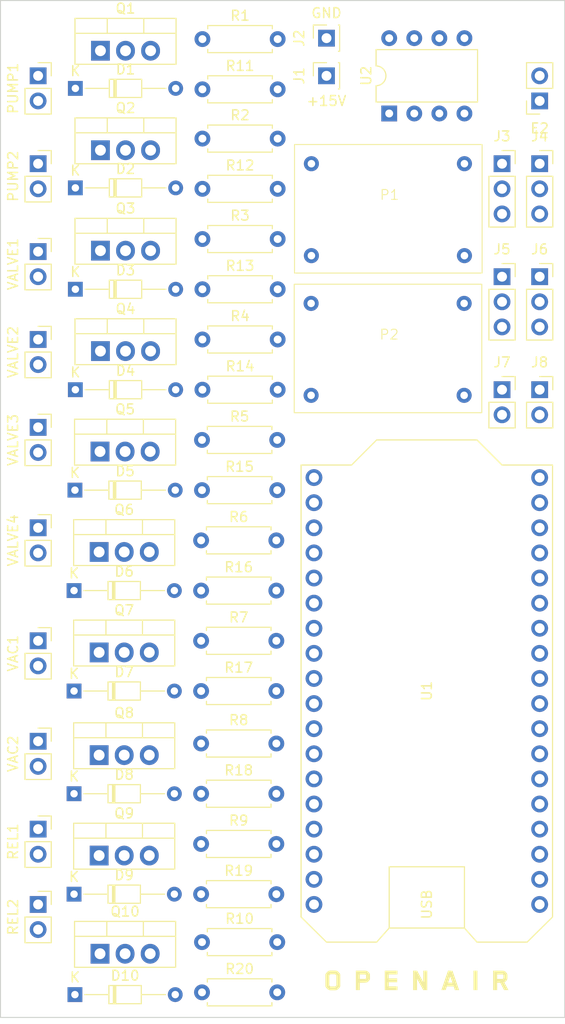
<source format=kicad_pcb>
(kicad_pcb (version 20221018) (generator pcbnew)
  (layers (0 "F.Cu" signal) (31 "B.Cu" signal) (34 "B.Paste" user) (35 "F.Paste" user) (36 "B.SilkS" user "B.Silkscreen") (37 "F.SilkS" user "F.Silkscreen") (38 "B.Mask" user) (39 "F.Mask" user) (44 "Edge.Cuts" user))
  (net 0 "")
  (net 1 "Net-(U1-47)")
  (net 2 "GND")
  (net 3 "Net-(U1-42)")
  (net 4 "Net-(U1-45)")
  (net 5 "Net-(U1-34)")
  (net 6 "Net-(U1-5_ADC)")
  (net 7 "Net-(U1-46)")
  (net 8 "Net-(U1-48)")
  (net 9 "Net-(U1-33)")
  (net 10 "Net-(U1-6_ADC)")
  (net 11 "Net-(U1-7_ADC)")
  (net 12 "Net-(Q6-B)")
  (net 13 "Net-(Q5-B)")
  (net 14 "Net-(Q4-B)")
  (net 15 "Net-(Q3-B)")
  (net 16 "Net-(Q2-B)")
  (net 17 "Net-(Q1-B)")
  (net 18 "Net-(Q8-B)")
  (net 19 "Net-(Q9-B)")
  (net 20 "Net-(Q10-B)")
  (net 21 "Net-(Q7-B)")
  (net 22 "+15V")
  (net 23 "Net-(D10-A)")
  (net 24 "Net-(D9-A)")
  (net 25 "Net-(D8-A)")
  (net 26 "Net-(D7-A)")
  (net 27 "Net-(D6-A)")
  (net 28 "Net-(D5-A)")
  (net 29 "Net-(D4-A)")
  (net 30 "Net-(D3-A)")
  (net 31 "Net-(D2-A)")
  (net 32 "Net-(D1-A)")
  (net 33 "Net-(E2-Pin_1)")
  (net 34 "Net-(P1-OUT+)")
  (net 35 "Net-(E2-Pin_2)")
  (net 36 "Net-(J3-PIN_3)")
  (net 37 "Net-(U1-40)")
  (net 38 "Net-(U1-41)")
  (net 39 "Net-(J3-Pin_2)")
  (net 47 "Net-(J7-Pin_1)")
  (net 48 "Net-(J7-Pin_2)")
  (net 58 "Net-(J3-Pin_1)")
  (net 59 "Net-(J4-Pin_1)")
  (net 60 "Net-(J5-Pin_1)")
  (net 61 "Net-(J6-Pin_1)")
  (footprint "Diode_THT:D_DO-34_SOD68_P10.16mm_Horizontal" (layer "F.Cu") (at 24.0931 27.94)
    (fp_text reference "D1" (at 5.08 -1.92) (layer "F.SilkS"))
    (fp_text value "1N5400")
    (fp_text user "K" (at 0 -1.75) (layer "F.SilkS"))
    (pad "1" thru_hole rect (at 0 0) (size 1.5 1.5) (drill 0.75) (layers "*.Cu" "*.Mask") (net 22 "+15V"))
    (pad "2" thru_hole oval (at 10.16 0) (size 1.5 1.5) (drill 0.75) (layers "*.Cu" "*.Mask") (net 32 "Net-(D1-A)"))
  )
  (footprint "MountingHole:MountingHole_2.2mm_M2" (layer "F.Cu") (at 71.12 119.38)
    (fp_text reference "H3" hide)
    (fp_text value "MountingHole" hide)
    (pad "" np_thru_hole circle (at 0 0) (size 2.2 2.2) (drill 2.2) (layers "*.Cu" "*.Mask"))
  )
  (footprint "Package_TO_SOT_THT:TO-220-3_Vertical" (layer "F.Cu") (at 26.6331 24.13)
    (fp_text reference "Q1" (at 2.54 -4.27) (layer "F.SilkS"))
    (fp_text value "TIP120")
    (pad "1" thru_hole rect (at 0 0) (size 1.905 2) (drill 1.1) (layers "*.Cu" "*.Mask") (net 17 "Net-(Q1-B)"))
    (pad "2" thru_hole oval (at 2.54 0) (size 1.905 2) (drill 1.1) (layers "*.Cu" "*.Mask") (net 32 "Net-(D1-A)"))
    (pad "3" thru_hole oval (at 5.08 0) (size 1.905 2) (drill 1.1) (layers "*.Cu" "*.Mask") (net 2 "GND"))
  )
  (footprint "Connector_PinSocket_2.54mm:PinSocket_1x03_P2.54mm_Vertical" (layer "F.Cu") (at 67.31 35.56)
    (fp_text reference "J3" (at 0 -2.77) (layer "F.SilkS"))
    (fp_text value "ADC1")
    (pad "1" thru_hole rect (at 0 0) (size 1.7 1.7) (drill 1) (layers "*.Cu" "*.Mask") (net 58 "Net-(J3-Pin_1)"))
    (pad "2" thru_hole oval (at 0 2.54) (size 1.7 1.7) (drill 1) (layers "*.Cu" "*.Mask") (net 39 "Net-(J3-Pin_2)"))
    (pad "3" thru_hole oval (at 0 5.08) (size 1.7 1.7) (drill 1) (layers "*.Cu" "*.Mask") (net 36 "Net-(J3-PIN_3)"))
  )
  (footprint "Resistor_THT:R_Axial_DIN0207_L6.3mm_D2.5mm_P7.62mm_Horizontal" (layer "F.Cu") (at 36.9631 22.955)
    (fp_text reference "R1" (at 3.81 -2.37) (layer "F.SilkS"))
    (fp_text value "1k")
    (pad "1" thru_hole circle (at 0 0) (size 1.6 1.6) (drill 0.8) (layers "*.Cu" "*.Mask") (net 17 "Net-(Q1-B)"))
    (pad "2" thru_hole oval (at 7.62 0) (size 1.6 1.6) (drill 0.8) (layers "*.Cu" "*.Mask") (net 11 "Net-(U1-7_ADC)"))
  )
  (footprint "Diode_THT:D_DO-34_SOD68_P10.16mm_Horizontal" (layer "F.Cu") (at 24.0931 38.005)
    (fp_text reference "D2" (at 5.08 -1.92) (layer "F.SilkS"))
    (fp_text value "1N5400")
    (fp_text user "K" (at 0 -1.75) (layer "F.SilkS"))
    (pad "1" thru_hole rect (at 0 0) (size 1.5 1.5) (drill 0.75) (layers "*.Cu" "*.Mask") (net 22 "+15V"))
    (pad "2" thru_hole oval (at 10.16 0) (size 1.5 1.5) (drill 0.75) (layers "*.Cu" "*.Mask") (net 31 "Net-(D2-A)"))
  )
  (footprint "Resistor_THT:R_Axial_DIN0207_L6.3mm_D2.5mm_P7.62mm_Horizontal" (layer "F.Cu") (at 36.9631 38.1)
    (fp_text reference "R12" (at 3.81 -2.37) (layer "F.SilkS"))
    (fp_text value "1k")
    (pad "1" thru_hole circle (at 0 0) (size 1.6 1.6) (drill 0.8) (layers "*.Cu" "*.Mask") (net 10 "Net-(U1-6_ADC)"))
    (pad "2" thru_hole oval (at 7.62 0) (size 1.6 1.6) (drill 0.8) (layers "*.Cu" "*.Mask") (net 2 "GND"))
  )
  (footprint "Resistor_THT:R_Axial_DIN0207_L6.3mm_D2.5mm_P7.62mm_Horizontal" (layer "F.Cu") (at 36.92 68.58)
    (fp_text reference "R15" (at 3.81 -2.37) (layer "F.SilkS"))
    (fp_text value "1k")
    (pad "1" thru_hole circle (at 0 0) (size 1.6 1.6) (drill 0.8) (layers "*.Cu" "*.Mask") (net 8 "Net-(U1-48)"))
    (pad "2" thru_hole oval (at 7.62 0) (size 1.6 1.6) (drill 0.8) (layers "*.Cu" "*.Mask") (net 2 "GND"))
  )
  (footprint "Connector_PinSocket_2.54mm:PinSocket_1x02_P2.54mm_Vertical" (layer "F.Cu") (at 20.32 26.67)
    (fp_text reference "PUMP1" (at -2.54 1.27 90) (layer "F.SilkS"))
    (fp_text value "GND")
    (pad "1" thru_hole rect (at 0 0) (size 1.7 1.7) (drill 1) (layers "*.Cu" "*.Mask") (net 22 "+15V"))
    (pad "2" thru_hole oval (at 0 2.54) (size 1.7 1.7) (drill 1) (layers "*.Cu" "*.Mask") (net 32 "Net-(D1-A)"))
  )
  (footprint "Untitled" (layer "F.Cu") (at 58.42 118.11)
    (fp_text reference "G***" hide)
    (fp_text value "LOGO" hide)
  )
  (footprint "Custom Footprints:MINI-360" (layer "F.Cu") (at 55.88 53.34)
    (fp_text reference "P2" (at 0 -0.5 unlocked) (layer "F.SilkS") (effects (font (thickness 0.1))))
    (fp_text value "MINI-360")
    (pad "1" thru_hole circle (at -7.91 -3.65) (size 1.524 1.524) (drill 0.762) (layers "*.Cu" "*.Mask") (net 2 "GND"))
    (pad "2" thru_hole circle (at 7.59 -3.65) (size 1.524 1.524) (drill 0.762) (layers "*.Cu" "*.Mask") (net 36 "Net-(J3-PIN_3)"))
    (pad "3" thru_hole circle (at 7.59 5.65) (size 1.524 1.524) (drill 0.762) (layers "*.Cu" "*.Mask") (net 39 "Net-(J3-Pin_2)"))
    (pad "4" thru_hole circle (at -7.91 5.65) (size 1.524 1.524) (drill 0.762) (layers "*.Cu" "*.Mask") (net 22 "+15V"))
  )
  (footprint "Resistor_THT:R_Axial_DIN0207_L6.3mm_D2.5mm_P7.62mm_Horizontal" (layer "F.Cu") (at 36.9631 48.26)
    (fp_text reference "R13" (at 3.81 -2.37) (layer "F.SilkS"))
    (fp_text value "1k")
    (pad "1" thru_hole circle (at 0 0) (size 1.6 1.6) (drill 0.8) (layers "*.Cu" "*.Mask") (net 9 "Net-(U1-33)"))
    (pad "2" thru_hole oval (at 7.62 0) (size 1.6 1.6) (drill 0.8) (layers "*.Cu" "*.Mask") (net 2 "GND"))
  )
  (footprint "Diode_THT:D_DO-34_SOD68_P10.16mm_Horizontal" (layer "F.Cu") (at 24.0931 58.42)
    (fp_text reference "D4" (at 5.08 -1.92) (layer "F.SilkS"))
    (fp_text value "1N5400")
    (fp_text user "K" (at 0 -1.75) (layer "F.SilkS"))
    (pad "1" thru_hole rect (at 0 0) (size 1.5 1.5) (drill 0.75) (layers "*.Cu" "*.Mask") (net 22 "+15V"))
    (pad "2" thru_hole oval (at 10.16 0) (size 1.5 1.5) (drill 0.75) (layers "*.Cu" "*.Mask") (net 29 "Net-(D4-A)"))
  )
  (footprint "Resistor_THT:R_Axial_DIN0207_L6.3mm_D2.5mm_P7.62mm_Horizontal" (layer "F.Cu") (at 36.83 83.82)
    (fp_text reference "R7" (at 3.81 -2.37) (layer "F.SilkS"))
    (fp_text value "1k")
    (pad "1" thru_hole circle (at 0 0) (size 1.6 1.6) (drill 0.8) (layers "*.Cu" "*.Mask") (net 21 "Net-(Q7-B)"))
    (pad "2" thru_hole oval (at 7.62 0) (size 1.6 1.6) (drill 0.8) (layers "*.Cu" "*.Mask") (net 6 "Net-(U1-5_ADC)"))
  )
  (footprint "Resistor_THT:R_Axial_DIN0207_L6.3mm_D2.5mm_P7.62mm_Horizontal" (layer "F.Cu") (at 36.83 94.21)
    (fp_text reference "R8" (at 3.81 -2.37) (layer "F.SilkS"))
    (fp_text value "1k")
    (pad "1" thru_hole circle (at 0 0) (size 1.6 1.6) (drill 0.8) (layers "*.Cu" "*.Mask") (net 18 "Net-(Q8-B)"))
    (pad "2" thru_hole oval (at 7.62 0) (size 1.6 1.6) (drill 0.8) (layers "*.Cu" "*.Mask") (net 5 "Net-(U1-34)"))
  )
  (footprint "Resistor_THT:R_Axial_DIN0207_L6.3mm_D2.5mm_P7.62mm_Horizontal" (layer "F.Cu") (at 36.92 119.38)
    (fp_text reference "R20" (at 3.81 -2.37) (layer "F.SilkS"))
    (fp_text value "1k")
    (pad "1" thru_hole circle (at 0 0) (size 1.6 1.6) (drill 0.8) (layers "*.Cu" "*.Mask") (net 3 "Net-(U1-42)"))
    (pad "2" thru_hole oval (at 7.62 0) (size 1.6 1.6) (drill 0.8) (layers "*.Cu" "*.Mask") (net 2 "GND"))
  )
  (footprint "Connector_PinSocket_2.54mm:PinSocket_1x01_P2.54mm_Vertical" (layer "F.Cu") (at 49.53 26.67 90)
    (fp_text reference "J1" (at 0 -2.77 90) (layer "F.SilkS"))
    (fp_text value "Conn_01x01_Pin" hide)
    (pad "1" thru_hole rect (at 0 0 90) (size 1.7 1.7) (drill 1) (layers "*.Cu" "*.Mask") (net 22 "+15V"))
  )
  (footprint "Package_TO_SOT_THT:TO-220-3_Vertical" (layer "F.Cu") (at 26.6331 34.195)
    (fp_text reference "Q2" (at 2.54 -4.27) (layer "F.SilkS"))
    (fp_text value "TIP120")
    (pad "1" thru_hole rect (at 0 0) (size 1.905 2) (drill 1.1) (layers "*.Cu" "*.Mask") (net 16 "Net-(Q2-B)"))
    (pad "2" thru_hole oval (at 2.54 0) (size 1.905 2) (drill 1.1) (layers "*.Cu" "*.Mask") (net 31 "Net-(D2-A)"))
    (pad "3" thru_hole oval (at 5.08 0) (size 1.905 2) (drill 1.1) (layers "*.Cu" "*.Mask") (net 2 "GND"))
  )
  (footprint "Resistor_THT:R_Axial_DIN0207_L6.3mm_D2.5mm_P7.62mm_Horizontal" (layer "F.Cu") (at 36.9631 33.02)
    (fp_text reference "R2" (at 3.81 -2.37) (layer "F.SilkS"))
    (fp_text value "1k")
    (pad "1" thru_hole circle (at 0 0) (size 1.6 1.6) (drill 0.8) (layers "*.Cu" "*.Mask") (net 16 "Net-(Q2-B)"))
    (pad "2" thru_hole oval (at 7.62 0) (size 1.6 1.6) (drill 0.8) (layers "*.Cu" "*.Mask") (net 10 "Net-(U1-6_ADC)"))
  )
  (footprint "Connector_PinSocket_2.54mm:PinSocket_1x02_P2.54mm_Vertical" (layer "F.Cu") (at 71.12 58.42)
    (fp_text reference "J8" (at 0 -2.77) (layer "F.SilkS"))
    (fp_text value "RX")
    (pad "1" thru_hole rect (at 0 0) (size 1.7 1.7) (drill 1) (layers "*.Cu" "*.Mask") (net 36 "Net-(J3-PIN_3)"))
    (pad "2" thru_hole oval (at 0 2.54) (size 1.7 1.7) (drill 1) (layers "*.Cu" "*.Mask") (net 39 "Net-(J3-Pin_2)"))
  )
  (footprint "Connector_PinSocket_2.54mm:PinSocket_1x03_P2.54mm_Vertical" (layer "F.Cu") (at 71.12 35.56)
    (fp_text reference "J4" (at 0 -2.77) (layer "F.SilkS"))
    (fp_text value "ADC2")
    (pad "1" thru_hole rect (at 0 0) (size 1.7 1.7) (drill 1) (layers "*.Cu" "*.Mask") (net 59 "Net-(J4-Pin_1)"))
    (pad "2" thru_hole oval (at 0 2.54) (size 1.7 1.7) (drill 1) (layers "*.Cu" "*.Mask") (net 39 "Net-(J3-Pin_2)"))
    (pad "3" thru_hole oval (at 0 5.08) (size 1.7 1.7) (drill 1) (layers "*.Cu" "*.Mask") (net 36 "Net-(J3-PIN_3)"))
  )
  (footprint "Custom Footprints:Heltec_HTIT-WB32" (layer "F.Cu") (at 59.69 88.9 -90)
    (fp_text reference "U1" (at 0 0 90) (layer "F.SilkS"))
    (fp_text value "Heltec_HTIT-WB32v3")
    (fp_text user "USB" (at 21.59 0 90) (layer "F.SilkS"))
    (pad "0" thru_hole circle (at 1.27 11.43 270) (size 1.7 1.7) (drill 1) (layers "*.Cu" "*.Mask"))
    (pad "1" thru_hole circle (at 11.43 11.43 270) (size 1.7 1.7) (drill 1) (layers "*.Cu" "*.Mask") (net 8 "Net-(U1-48)"))
    (pad "2" thru_hole circle (at 3.81 11.43 270) (size 1.7 1.7) (drill 1) (layers "*.Cu" "*.Mask") (net 5 "Net-(U1-34)"))
    (pad "3" thru_hole circle (at 8.89 11.43 270) (size 1.7 1.7) (drill 1) (layers "*.Cu" "*.Mask") (net 1 "Net-(U1-47)"))
    (pad "4" thru_hole circle (at -1.27 11.43 270) (size 1.7 1.7) (drill 1) (layers "*.Cu" "*.Mask"))
    (pad "5" thru_hole circle (at -8.89 11.43 270) (size 1.7 1.7) (drill 1) (layers "*.Cu" "*.Mask"))
    (pad "6" thru_hole circle (at 13.97 -11.43 270) (size 1.7 1.7) (drill 1) (layers "*.Cu" "*.Mask"))
    (pad "7" thru_hole circle (at 16.51 -11.43 270) (size 1.7 1.7) (drill 1) (layers "*.Cu" "*.Mask"))
    (pad "8" thru_hole circle (at 21.59 -11.43 270) (size 1.7 1.7) (drill 1) (layers "*.Cu" "*.Mask") (net 36 "Net-(J3-PIN_3)"))
    (pad "9" thru_hole circle (at 19.05 -11.43 270) (size 1.7 1.7) (drill 1) (layers "*.Cu" "*.Mask") (net 39 "Net-(J3-Pin_2)"))
    (pad "10" thru_hole circle (at 13.97 11.43 270) (size 1.7 1.7) (drill 1) (layers "*.Cu" "*.Mask"))
    (pad "11" thru_hole circle (at 16.51 11.43 270) (size 1.7 1.7) (drill 1) (layers "*.Cu" "*.Mask"))
    (pad "12" thru_hole circle (at 8.89 -11.43 270) (size 1.7 1.7) (drill 1) (layers "*.Cu" "*.Mask") (net 47 "Net-(J7-Pin_1)"))
    (pad "13" thru_hole circle (at 11.43 -11.43 270) (size 1.7 1.7) (drill 1) (layers "*.Cu" "*.Mask") (net 48 "Net-(J7-Pin_2)"))
    (pad "14" thru_hole circle (at 6.35 -11.43 270) (size 1.7 1.7) (drill 1) (layers "*.Cu" "*.Mask"))
    (pad "15" thru_hole circle (at 6.35 11.43 270) (size 1.7 1.7) (drill 1) (layers "*.Cu" "*.Mask") (net 9 "Net-(U1-33)"))
    (pad "16" thru_hole circle (at -3.81 11.43 270) (size 1.7 1.7) (drill 1) (layers "*.Cu" "*.Mask"))
    (pad "17" thru_hole circle (at -6.35 11.43 270) (size 1.7 1.7) (drill 1) (layers "*.Cu" "*.Mask"))
    (pad "18" thru_hole circle (at -11.43 11.43 270) (size 1.7 1.7) (drill 1) (layers "*.Cu" "*.Mask") (net 37 "Net-(U1-40)"))
    (pad "19" thru_hole circle (at -16.51 11.43 270) (size 1.7 1.7) (drill 1) (layers "*.Cu" "*.Mask") (net 3 "Net-(U1-42)"))
    (pad "20" thru_hole circle (at 19.05 11.43 270) (size 1.7 1.7) (drill 1) (layers "*.Cu" "*.Mask"))
    (pad "21" thru_hole circle (at -21.59 11.43 270) (size 1.7 1.7) (drill 1) (layers "*.Cu" "*.Mask") (net 7 "Net-(U1-46)"))
    (pad "22" thru_hole circle (at -19.05 11.43 270) (size 1.7 1.7) (drill 1) (layers "*.Cu" "*.Mask") (net 4 "Net-(U1-45)"))
    (pad "23" thru_hole circle (at -13.97 11.43 270) (size 1.7 1.7) (drill 1) (layers "*.Cu" "*.Mask") (net 38 "Net-(U1-41)"))
    (pad "25" thru_hole circle (at -1.27 -11.43 270) (size 1.7 1.7) (drill 1) (layers "*.Cu" "*.Mask"))
    (pad "26" thru_hole circle (at 1.27 -11.43 270) (size 1.7 1.7) (drill 1) (layers "*.Cu" "*.Mask"))
    (pad "27" thru_hole circle (at 3.81 -11.43 270) (size 1.7 1.7) (drill 1) (layers "*.Cu" "*.Mask"))
    (pad "28" thru_hole circle (at 21.59 11.43 270) (size 1.7 1.7) (drill 1) (layers "*.Cu" "*.Mask"))
    (pad "32" thru_hole circle (at -6.35 -11.43 270) (size 1.7 1.7) (drill 1) (layers "*.Cu" "*.Mask") (net 11 "Net-(U1-7_ADC)"))
    (pad "33" thru_hole circle (at -3.81 -11.43 270) (size 1.7 1.7) (drill 1) (layers "*.Cu" "*.Mask"))
    (pad "34" thru_hole circle (at -11.43 -11.43 270) (size 1.7 1.7) (drill 1) (layers "*.Cu" "*.Mask") (net 6 "Net-(U1-5_ADC)"))
    (pad "35" thru_hole circle (at -8.89 -11.43 270) (size 1.7 1.7) (drill 1) (layers "*.Cu" "*.Mask") (net 10 "Net-(U1-6_ADC)"))
    (pad "36" thru_hole circle (at -21.59 -11.43 270) (size 1.7 1.7) (drill 1) (layers "*.Cu" "*.Mask") (net 58 "Net-(J3-Pin_1)"))
    (pad "37" thru_hole circle (at -19.05 -11.43 270) (size 1.7 1.7) (drill 1) (layers "*.Cu" "*.Mask") (net 59 "Net-(J4-Pin_1)"))
    (pad "38" thru_hole circle (at -16.51 -11.43 270) (size 1.7 1.7) (drill 1) (layers "*.Cu" "*.Mask") (net 60 "Net-(J5-Pin_1)"))
    (pad "39" thru_hole circle (at -13.97 -11.43 270) (size 1.7 1.7) (drill 1) (layers "*.Cu" "*.Mask") (net 61 "Net-(J6-Pin_1)"))
  )
  (footprint "Connector_PinSocket_2.54mm:PinSocket_1x02_P2.54mm_Vertical" (layer "F.Cu") (at 20.32 62.23)
    (fp_text reference "VALVE3" (at -2.54 1.27 90) (layer "F.SilkS"))
    (fp_text value "GND")
    (pad "1" thru_hole rect (at 0 0) (size 1.7 1.7) (drill 1) (layers "*.Cu" "*.Mask") (net 22 "+15V"))
    (pad "2" thru_hole oval (at 0 2.54) (size 1.7 1.7) (drill 1) (layers "*.Cu" "*.Mask") (net 28 "Net-(D5-A)"))
  )
  (footprint "Resistor_THT:R_Axial_DIN0207_L6.3mm_D2.5mm_P7.62mm_Horizontal" (layer "F.Cu") (at 36.92 114.3)
    (fp_text reference "R10" (at 3.81 -2.37) (layer "F.SilkS"))
    (fp_text value "1k")
    (pad "1" thru_hole circle (at 0 0) (size 1.6 1.6) (drill 0.8) (layers "*.Cu" "*.Mask") (net 20 "Net-(Q10-B)"))
    (pad "2" thru_hole oval (at 7.62 0) (size 1.6 1.6) (drill 0.8) (layers "*.Cu" "*.Mask") (net 3 "Net-(U1-42)"))
  )
  (footprint "Package_TO_SOT_THT:TO-220-3_Vertical" (layer "F.Cu") (at 26.6331 54.515)
    (fp_text reference "Q4" (at 2.54 -4.27) (layer "F.SilkS"))
    (fp_text value "TIP120")
    (pad "1" thru_hole rect (at 0 0) (size 1.905 2) (drill 1.1) (layers "*.Cu" "*.Mask") (net 14 "Net-(Q4-B)"))
    (pad "2" thru_hole oval (at 2.54 0) (size 1.905 2) (drill 1.1) (layers "*.Cu" "*.Mask") (net 29 "Net-(D4-A)"))
    (pad "3" thru_hole oval (at 5.08 0) (size 1.905 2) (drill 1.1) (layers "*.Cu" "*.Mask") (net 2 "GND"))
  )
  (footprint "Connector_PinSocket_2.54mm:PinSocket_1x02_P2.54mm_Vertical" (layer "F.Cu") (at 71.12 29.21 180)
    (fp_text reference "E2" (at 0 -2.77) (layer "F.SilkS"))
    (fp_text value "E1")
    (pad "1" thru_hole rect (at 0 0 180) (size 1.7 1.7) (drill 1) (layers "*.Cu" "*.Mask") (net 33 "Net-(E2-Pin_1)"))
    (pad "2" thru_hole oval (at 0 2.54 180) (size 1.7 1.7) (drill 1) (layers "*.Cu" "*.Mask") (net 35 "Net-(E2-Pin_2)"))
  )
  (footprint "Diode_THT:D_DO-34_SOD68_P10.16mm_Horizontal" (layer "F.Cu") (at 24.05 119.61)
    (fp_text reference "D10" (at 5.08 -1.92) (layer "F.SilkS"))
    (fp_text value "1N5400")
    (fp_text user "K" (at 0 -1.75) (layer "F.SilkS"))
    (pad "1" thru_hole rect (at 0 0) (size 1.5 1.5) (drill 0.75) (layers "*.Cu" "*.Mask") (net 22 "+15V"))
    (pad "2" thru_hole oval (at 10.16 0) (size 1.5 1.5) (drill 0.75) (layers "*.Cu" "*.Mask") (net 23 "Net-(D10-A)"))
  )
  (footprint "Diode_THT:D_DO-34_SOD68_P10.16mm_Horizontal" (layer "F.Cu") (at 23.96 99.29)
    (fp_text reference "D8" (at 5.08 -1.92) (layer "F.SilkS"))
    (fp_text value "1N5400")
    (fp_text user "K" (at 0 -1.75) (layer "F.SilkS"))
    (pad "1" thru_hole rect (at 0 0) (size 1.5 1.5) (drill 0.75) (layers "*.Cu" "*.Mask") (net 22 "+15V"))
    (pad "2" thru_hole oval (at 10.16 0) (size 1.5 1.5) (drill 0.75) (layers "*.Cu" "*.Mask") (net 25 "Net-(D8-A)"))
  )
  (footprint "Package_TO_SOT_THT:TO-220-3_Vertical" (layer "F.Cu") (at 26.6331 44.355)
    (fp_text reference "Q3" (at 2.54 -4.27) (layer "F.SilkS"))
    (fp_text value "TIP120")
    (pad "1" thru_hole rect (at 0 0) (size 1.905 2) (drill 1.1) (layers "*.Cu" "*.Mask") (net 15 "Net-(Q3-B)"))
    (pad "2" thru_hole oval (at 2.54 0) (size 1.905 2) (drill 1.1) (layers "*.Cu" "*.Mask") (net 30 "Net-(D3-A)"))
    (pad "3" thru_hole oval (at 5.08 0) (size 1.905 2) (drill 1.1) (layers "*.Cu" "*.Mask") (net 2 "GND"))
  )
  (footprint "Connector_PinSocket_2.54mm:PinSocket_1x03_P2.54mm_Vertical" (layer "F.Cu") (at 67.31 46.99)
    (fp_text reference "J5" (at 0 -2.77) (layer "F.SilkS"))
    (fp_text value "ADC3")
    (pad "1" thru_hole rect (at 0 0) (size 1.7 1.7) (drill 1) (layers "*.Cu" "*.Mask") (net 60 "Net-(J5-Pin_1)"))
    (pad "2" thru_hole oval (at 0 2.54) (size 1.7 1.7) (drill 1) (layers "*.Cu" "*.Mask") (net 39 "Net-(J3-Pin_2)"))
    (pad "3" thru_hole oval (at 0 5.08) (size 1.7 1.7) (drill 1) (layers "*.Cu" "*.Mask") (net 36 "Net-(J3-PIN_3)"))
  )
  (footprint "Resistor_THT:R_Axial_DIN0207_L6.3mm_D2.5mm_P7.62mm_Horizontal" (layer "F.Cu") (at 36.9631 28.035)
    (fp_text reference "R11" (at 3.81 -2.37) (layer "F.SilkS"))
    (fp_text value "1k")
    (pad "1" thru_hole circle (at 0 0) (size 1.6 1.6) (drill 0.8) (layers "*.Cu" "*.Mask") (net 11 "Net-(U1-7_ADC)"))
    (pad "2" thru_hole oval (at 7.62 0) (size 1.6 1.6) (drill 0.8) (layers "*.Cu" "*.Mask") (net 2 "GND"))
  )
  (footprint "Connector_PinSocket_2.54mm:PinSocket_1x02_P2.54mm_Vertical" (layer "F.Cu") (at 20.32 53.34)
    (fp_text reference "VALVE2" (at -2.54 1.27 90) (layer "F.SilkS"))
    (fp_text value "GND")
    (pad "1" thru_hole rect (at 0 0) (size 1.7 1.7) (drill 1) (layers "*.Cu" "*.Mask") (net 22 "+15V"))
    (pad "2" thru_hole oval (at 0 2.54) (size 1.7 1.7) (drill 1) (layers "*.Cu" "*.Mask") (net 29 "Net-(D4-A)"))
  )
  (footprint "Connector_PinSocket_2.54mm:PinSocket_1x02_P2.54mm_Vertical" (layer "F.Cu") (at 20.32 110.49)
    (fp_text reference "REL2" (at -2.54 1.27 90) (layer "F.SilkS"))
    (fp_text value "GND")
    (pad "1" thru_hole rect (at 0 0) (size 1.7 1.7) (drill 1) (layers "*.Cu" "*.Mask") (net 22 "+15V"))
    (pad "2" thru_hole oval (at 0 2.54) (size 1.7 1.7) (drill 1) (layers "*.Cu" "*.Mask") (net 23 "Net-(D10-A)"))
  )
  (footprint "Package_TO_SOT_THT:TO-220-3_Vertical" (layer "F.Cu") (at 26.59 115.475)
    (fp_text reference "Q10" (at 2.54 -4.27) (layer "F.SilkS"))
    (fp_text value "TIP120")
    (pad "1" thru_hole rect (at 0 0) (size 1.905 2) (drill 1.1) (layers "*.Cu" "*.Mask") (net 20 "Net-(Q10-B)"))
    (pad "2" thru_hole oval (at 2.54 0) (size 1.905 2) (drill 1.1) (layers "*.Cu" "*.Mask") (net 23 "Net-(D10-A)"))
    (pad "3" thru_hole oval (at 5.08 0) (size 1.905 2) (drill 1.1) (layers "*.Cu" "*.Mask") (net 2 "GND"))
  )
  (footprint "MountingHole:MountingHole_2.2mm_M2" (layer "F.Cu") (at 19.05 119.38)
    (fp_text reference "H2" hide)
    (fp_text value "MountingHole" hide)
    (pad "" np_thru_hole circle (at 0 0) (size 2.2 2.2) (drill 2.2) (layers "*.Cu" "*.Mask"))
  )
  (footprint "Connector_PinSocket_2.54mm:PinSocket_1x02_P2.54mm_Vertical" (layer "F.Cu") (at 20.32 44.45)
    (fp_text reference "VALVE1" (at -2.54 1.27 90) (layer "F.SilkS"))
    (fp_text value "GND")
    (pad "1" thru_hole rect (at 0 0) (size 1.7 1.7) (drill 1) (layers "*.Cu" "*.Mask") (net 22 "+15V"))
    (pad "2" thru_hole oval (at 0 2.54) (size 1.7 1.7) (drill 1) (layers "*.Cu" "*.Mask") (net 30 "Net-(D3-A)"))
  )
  (footprint "Custom Footprints:MINI-360" (layer "F.Cu") (at 55.91 39.21)
    (fp_text reference "P1" (at 0 -0.5 unlocked) (layer "F.SilkS") (effects (font (thickness 0.1))))
    (fp_text value "MINI-360")
    (pad "1" thru_hole circle (at -7.91 -3.65) (size 1.524 1.524) (drill 0.762) (layers "*.Cu" "*.Mask") (net 2 "GND"))
    (pad "2" thru_hole circle (at 7.59 -3.65) (size 1.524 1.524) (drill 0.762) (layers "*.Cu" "*.Mask"))
    (pad "3" thru_hole circle (at 7.59 5.65) (size 1.524 1.524) (drill 0.762) (layers "*.Cu" "*.Mask") (net 34 "Net-(P1-OUT+)"))
    (pad "4" thru_hole circle (at -7.91 5.65) (size 1.524 1.524) (drill 0.762) (layers "*.Cu" "*.Mask") (net 22 "+15V"))
  )
  (footprint "Package_TO_SOT_THT:TO-220-3_Vertical" (layer "F.Cu") (at 26.59 64.675)
    (fp_text reference "Q5" (at 2.54 -4.27) (layer "F.SilkS"))
    (fp_text value "TIP120")
    (pad "1" thru_hole rect (at 0 0) (size 1.905 2) (drill 1.1) (layers "*.Cu" "*.Mask") (net 13 "Net-(Q5-B)"))
    (pad "2" thru_hole oval (at 2.54 0) (size 1.905 2) (drill 1.1) (layers "*.Cu" "*.Mask") (net 28 "Net-(D5-A)"))
    (pad "3" thru_hole oval (at 5.08 0) (size 1.905 2) (drill 1.1) (layers "*.Cu" "*.Mask") (net 2 "GND"))
  )
  (footprint "Diode_THT:D_DO-34_SOD68_P10.16mm_Horizontal" (layer "F.Cu") (at 23.96 78.74)
    (fp_text reference "D6" (at 5.08 -1.92) (layer "F.SilkS"))
    (fp_text value "1N5400")
    (fp_text user "K" (at 0 -1.75) (layer "F.SilkS"))
    (pad "1" thru_hole rect (at 0 0) (size 1.5 1.5) (drill 0.75) (layers "*.Cu" "*.Mask") (net 22 "+15V"))
    (pad "2" thru_hole oval (at 10.16 0) (size 1.5 1.5) (drill 0.75) (layers "*.Cu" "*.Mask") (net 27 "Net-(D6-A)"))
  )
  (footprint "Resistor_THT:R_Axial_DIN0207_L6.3mm_D2.5mm_P7.62mm_Horizontal" (layer "F.Cu") (at 36.9631 58.42)
    (fp_text reference "R14" (at 3.81 -2.37) (layer "F.SilkS"))
    (fp_text value "1k")
    (pad "1" thru_hole circle (at 0 0) (size 1.6 1.6) (drill 0.8) (layers "*.Cu" "*.Mask") (net 1 "Net-(U1-47)"))
    (pad "2" thru_hole oval (at 7.62 0) (size 1.6 1.6) (drill 0.8) (layers "*.Cu" "*.Mask") (net 2 "GND"))
  )
  (footprint "Resistor_THT:R_Axial_DIN0207_L6.3mm_D2.5mm_P7.62mm_Horizontal" (layer "F.Cu") (at 36.83 88.9)
    (fp_text reference "R17" (at 3.81 -2.37) (layer "F.SilkS"))
    (fp_text value "1k")
    (pad "1" thru_hole circle (at 0 0) (size 1.6 1.6) (drill 0.8) (layers "*.Cu" "*.Mask") (net 6 "Net-(U1-5_ADC)"))
    (pad "2" thru_hole oval (at 7.62 0) (size 1.6 1.6) (drill 0.8) (layers "*.Cu" "*.Mask") (net 2 "GND"))
  )
  (footprint "Connector_PinSocket_2.54mm:PinSocket_1x02_P2.54mm_Vertical" (layer "F.Cu") (at 20.32 72.39)
    (fp_text reference "VALVE4" (at -2.54 1.27 90) (layer "F.SilkS"))
    (fp_text value "GND")
    (pad "1" thru_hole rect (at 0 0) (size 1.7 1.7) (drill 1) (layers "*.Cu" "*.Mask") (net 22 "+15V"))
    (pad "2" thru_hole oval (at 0 2.54) (size 1.7 1.7) (drill 1) (layers "*.Cu" "*.Mask") (net 27 "Net-(D6-A)"))
  )
  (footprint "Connector_PinSocket_2.54mm:PinSocket_1x02_P2.54mm_Vertical" (layer "F.Cu") (at 20.32 102.87)
    (fp_text reference "REL1" (at -2.54 1.27 90) (layer "F.SilkS"))
    (fp_text value "GND")
    (pad "1" thru_hole rect (at 0 0) (size 1.7 1.7) (drill 1) (layers "*.Cu" "*.Mask") (net 22 "+15V"))
    (pad "2" thru_hole oval (at 0 2.54) (size 1.7 1.7) (drill 1) (layers "*.Cu" "*.Mask") (net 24 "Net-(D9-A)"))
  )
  (footprint "Resistor_THT:R_Axial_DIN0207_L6.3mm_D2.5mm_P7.62mm_Horizontal" (layer "F.Cu") (at 36.83 78.74)
    (fp_text reference "R16" (at 3.81 -2.37) (layer "F.SilkS"))
    (fp_text value "1k")
    (pad "1" thru_hole circle (at 0 0) (size 1.6 1.6) (drill 0.8) (layers "*.Cu" "*.Mask") (net 7 "Net-(U1-46)"))
    (pad "2" thru_hole oval (at 7.62 0) (size 1.6 1.6) (drill 0.8) (layers "*.Cu" "*.Mask") (net 2 "GND"))
  )
  (footprint "Connector_PinSocket_2.54mm:PinSocket_1x02_P2.54mm_Vertical" (layer "F.Cu") (at 20.32 35.56)
    (fp_text reference "PUMP2" (at -2.54 1.27 90) (layer "F.SilkS"))
    (fp_text value "GND")
    (pad "1" thru_hole rect (at 0 0) (size 1.7 1.7) (drill 1) (layers "*.Cu" "*.Mask") (net 22 "+15V"))
    (pad "2" thru_hole oval (at 0 2.54) (size 1.7 1.7) (drill 1) (layers "*.Cu" "*.Mask") (net 31 "Net-(D2-A)"))
  )
  (footprint "MountingHole:MountingHole_2.2mm_M2" (layer "F.Cu") (at 71.12 21.59)
    (fp_text reference "H4" hide)
    (fp_text value "MountingHole" hide)
    (pad "" np_thru_hole circle (at 0 0) (size 2.2 2.2) (drill 2.2) (layers "*.Cu" "*.Mask"))
  )
  (footprint "Diode_THT:D_DO-34_SOD68_P10.16mm_Horizontal" (layer "F.Cu") (at 23.96 88.9)
    (fp_text reference "D7" (at 5.08 -1.92) (layer "F.SilkS"))
    (fp_text value "1N5400")
    (fp_text user "K" (at 0 -1.75) (layer "F.SilkS"))
    (pad "1" thru_hole rect (at 0 0) (size 1.5 1.5) (drill 0.75) (layers "*.Cu" "*.Mask") (net 22 "+15V"))
    (pad "2" thru_hole oval (at 10.16 0) (size 1.5 1.5) (drill 0.75) (layers "*.Cu" "*.Mask") (net 26 "Net-(D7-A)"))
  )
  (footprint "Connector_PinSocket_2.54mm:PinSocket_1x02_P2.54mm_Vertical" (layer "F.Cu") (at 20.32 93.98)
    (fp_text reference "VAC2" (at -2.54 1.27 90) (layer "F.SilkS"))
    (fp_text value "GND")
    (pad "1" thru_hole rect (at 0 0) (size 1.7 1.7) (drill 1) (layers "*.Cu" "*.Mask") (net 22 "+15V"))
    (pad "2" thru_hole oval (at 0 2.54) (size 1.7 1.7) (drill 1) (layers "*.Cu" "*.Mask") (net 25 "Net-(D8-A)"))
  )
  (footprint "Resistor_THT:R_Axial_DIN0207_L6.3mm_D2.5mm_P7.62mm_Horizontal" (layer "F.Cu") (at 36.83 73.66)
    (fp_text reference "R6" (at 3.81 -2.37) (layer "F.SilkS"))
    (fp_text value "1k")
    (pad "1" thru_hole circle (at 0 0) (size 1.6 1.6) (drill 0.8) (layers "*.Cu" "*.Mask") (net 12 "Net-(Q6-B)"))
    (pad "2" thru_hole oval (at 7.62 0) (size 1.6 1.6) (drill 0.8) (layers "*.Cu" "*.Mask") (net 7 "Net-(U1-46)"))
  )
  (footprint "Connector_PinSocket_2.54mm:PinSocket_1x01_P2.54mm_Vertical" (layer "F.Cu") (at 49.53 22.86 90)
    (fp_text reference "J2" (at 0 -2.77 90) (layer "F.SilkS"))
    (fp_text value "Conn_01x01_Pin" hide)
    (pad "1" thru_hole rect (at 0 0 90) (size 1.7 1.7) (drill 1) (layers "*.Cu" "*.Mask") (net 2 "GND"))
  )
  (footprint "Package_TO_SOT_THT:TO-220-3_Vertical" (layer "F.Cu") (at 26.5 95.385)
    (fp_text reference "Q8" (at 2.54 -4.27) (layer "F.SilkS"))
    (fp_text value "TIP120")
    (pad "1" thru_hole rect (at 0 0) (size 1.905 2) (drill 1.1) (layers "*.Cu" "*.Mask") (net 18 "Net-(Q8-B)"))
    (pad "2" thru_hole oval (at 2.54 0) (size 1.905 2) (drill 1.1) (layers "*.Cu" "*.Mask") (net 25 "Net-(D8-A)"))
    (pad "3" thru_hole oval (at 5.08 0) (size 1.905 2) (drill 1.1) (layers "*.Cu" "*.Mask") (net 2 "GND"))
  )
  (footprint "MountingHole:MountingHole_2.2mm_M2" (layer "F.Cu") (at 19.05 21.59)
    (fp_text reference "H1" hide)
    (fp_text value "MountingHole" hide)
    (pad "" np_thru_hole circle (at 0 0) (size 2.2 2.2) (drill 2.2) (layers "*.Cu" "*.Mask"))
  )
  (footprint "Resistor_THT:R_Axial_DIN0207_L6.3mm_D2.5mm_P7.62mm_Horizontal" (layer "F.Cu") (at 36.83 99.29)
    (fp_text reference "R18" (at 3.81 -2.37) (layer "F.SilkS"))
    (fp_text value "1k")
    (pad "1" thru_hole circle (at 0 0) (size 1.6 1.6) (drill 0.8) (layers "*.Cu" "*.Mask") (net 5 "Net-(U1-34)"))
    (pad "2" thru_hole oval (at 7.62 0) (size 1.6 1.6) (drill 0.8) (layers "*.Cu" "*.Mask") (net 2 "GND"))
  )
  (footprint "Resistor_THT:R_Axial_DIN0207_L6.3mm_D2.5mm_P7.62mm_Horizontal" (layer "F.Cu") (at 36.9631 53.34)
    (fp_text reference "R4" (at 3.81 -2.37) (layer "F.SilkS"))
    (fp_text value "1k")
    (pad "1" thru_hole circle (at 0 0) (size 1.6 1.6) (drill 0.8) (layers "*.Cu" "*.Mask") (net 14 "Net-(Q4-B)"))
    (pad "2" thru_hole oval (at 7.62 0) (size 1.6 1.6) (drill 0.8) (layers "*.Cu" "*.Mask") (net 1 "Net-(U1-47)"))
  )
  (footprint "Diode_THT:D_DO-34_SOD68_P10.16mm_Horizontal" (layer "F.Cu") (at 24.05 68.58)
    (fp_text reference "D5" (at 5.08 -1.92) (layer "F.SilkS"))
    (fp_text value "1N5400")
    (fp_text user "K" (at 0 -1.75) (layer "F.SilkS"))
    (pad "1" thru_hole rect (at 0 0) (size 1.5 1.5) (drill 0.75) (layers "*.Cu" "*.Mask") (net 22 "+15V"))
    (pad "2" thru_hole oval (at 10.16 0) (size 1.5 1.5) (drill 0.75) (layers "*.Cu" "*.Mask") (net 28 "Net-(D5-A)"))
  )
  (footprint "Package_TO_SOT_THT:TO-220-3_Vertical" (layer "F.Cu") (at 26.5 84.995)
    (fp_text reference "Q7" (at 2.54 -4.27) (layer "F.SilkS"))
    (fp_text value "TIP120")
    (pad "1" thru_hole rect (at 0 0) (size 1.905 2) (drill 1.1) (layers "*.Cu" "*.Mask") (net 21 "Net-(Q7-B)"))
    (pad "2" thru_hole oval (at 2.54 0) (size 1.905 2) (drill 1.1) (layers "*.Cu" "*.Mask") (net 26 "Net-(D7-A)"))
    (pad "3" thru_hole oval (at 5.08 0) (size 1.905 2) (drill 1.1) (layers "*.Cu" "*.Mask") (net 2 "GND"))
  )
  (footprint "Connector_PinSocket_2.54mm:PinSocket_1x03_P2.54mm_Vertical" (layer "F.Cu") (at 71.12 46.99)
    (fp_text reference "J6" (at 0 -2.77) (layer "F.SilkS"))
    (fp_text value "ADC4")
    (pad "1" thru_hole rect (at 0 0) (size 1.7 1.7) (drill 1) (layers "*.Cu" "*.Mask") (net 61 "Net-(J6-Pin_1)"))
    (pad "2" thru_hole oval (at 0 2.54) (size 1.7 1.7) (drill 1) (layers "*.Cu" "*.Mask") (net 39 "Net-(J3-Pin_2)"))
    (pad "3" thru_hole oval (at 0 5.08) (size 1.7 1.7) (drill 1) (layers "*.Cu" "*.Mask") (net 36 "Net-(J3-PIN_3)"))
  )
  (footprint "Package_DIP:DIP-8_W7.62mm" (layer "F.Cu") (at 55.88 30.48 90)
    (fp_text reference "U2" (at 3.81 -2.33 90) (layer "F.SilkS"))
    (fp_text value "L9110")
    (pad "1" thru_hole rect (at 0 0 90) (size 1.6 1.6) (drill 0.8) (layers "*.Cu" "*.Mask") (net 33 "Net-(E2-Pin_1)"))
    (pad "2" thru_hole oval (at 0 2.54 90) (size 1.6 1.6) (drill 0.8) (layers "*.Cu" "*.Mask") (net 34 "Net-(P1-OUT+)"))
    (pad "3" thru_hole oval (at 0 5.08 90) (size 1.6 1.6) (drill 0.8) (layers "*.Cu" "*.Mask") (net 34 "Net-(P1-OUT+)"))
    (pad "4" thru_hole oval (at 0 7.62 90) (size 1.6 1.6) (drill 0.8) (layers "*.Cu" "*.Mask") (net 35 "Net-(E2-Pin_2)"))
    (pad "5" thru_hole oval (at 7.62 7.62 90) (size 1.6 1.6) (drill 0.8) (layers "*.Cu" "*.Mask") (net 36 "Net-(J3-PIN_3)"))
    (pad "6" thru_hole oval (at 7.62 5.08 90) (size 1.6 1.6) (drill 0.8) (layers "*.Cu" "*.Mask") (net 37 "Net-(U1-40)"))
    (pad "7" thru_hole oval (at 7.62 2.54 90) (size 1.6 1.6) (drill 0.8) (layers "*.Cu" "*.Mask") (net 38 "Net-(U1-41)"))
    (pad "8" thru_hole oval (at 7.62 0 90) (size 1.6 1.6) (drill 0.8) (layers "*.Cu" "*.Mask") (net 36 "Net-(J3-PIN_3)"))
  )
  (footprint "Connector_PinSocket_2.54mm:PinSocket_1x02_P2.54mm_Vertical" (layer "F.Cu") (at 67.31 58.42)
    (fp_text reference "J7" (at 0 -2.77) (layer "F.SilkS"))
    (fp_text value "RX")
    (pad "1" thru_hole rect (at 0 0) (size 1.7 1.7) (drill 1) (layers "*.Cu" "*.Mask") (net 47 "Net-(J7-Pin_1)"))
    (pad "2" thru_hole oval (at 0 2.54) (size 1.7 1.7) (drill 1) (layers "*.Cu" "*.Mask") (net 48 "Net-(J7-Pin_2)"))
  )
  (footprint "Resistor_THT:R_Axial_DIN0207_L6.3mm_D2.5mm_P7.62mm_Horizontal" (layer "F.Cu") (at 36.9631 43.18)
    (fp_text reference "R3" (at 3.81 -2.37) (layer "F.SilkS"))
    (fp_text value "1k")
    (pad "1" thru_hole circle (at 0 0) (size 1.6 1.6) (drill 0.8) (layers "*.Cu" "*.Mask") (net 15 "Net-(Q3-B)"))
    (pad "2" thru_hole oval (at 7.62 0) (size 1.6 1.6) (drill 0.8) (layers "*.Cu" "*.Mask") (net 9 "Net-(U1-33)"))
  )
  (footprint "Connector_PinSocket_2.54mm:PinSocket_1x02_P2.54mm_Vertical" (layer "F.Cu") (at 20.32 83.82)
    (fp_text reference "VAC1" (at -2.54 1.27 90) (layer "F.SilkS"))
    (fp_text value "GND")
    (pad "1" thru_hole rect (at 0 0) (size 1.7 1.7) (drill 1) (layers "*.Cu" "*.Mask") (net 22 "+15V"))
    (pad "2" thru_hole oval (at 0 2.54) (size 1.7 1.7) (drill 1) (layers "*.Cu" "*.Mask") (net 26 "Net-(D7-A)"))
  )
  (footprint "Resistor_THT:R_Axial_DIN0207_L6.3mm_D2.5mm_P7.62mm_Horizontal" (layer "F.Cu") (at 36.92 63.5)
    (fp_text reference "R5" (at 3.81 -2.37) (layer "F.SilkS"))
    (fp_text value "1k")
    (pad "1" thru_hole circle (at 0 0) (size 1.6 1.6) (drill 0.8) (layers "*.Cu" "*.Mask") (net 13 "Net-(Q5-B)"))
    (pad "2" thru_hole oval (at 7.62 0) (size 1.6 1.6) (drill 0.8) (layers "*.Cu" "*.Mask") (net 8 "Net-(U1-48)"))
  )
  (footprint "Resistor_THT:R_Axial_DIN0207_L6.3mm_D2.5mm_P7.62mm_Horizontal" (layer "F.Cu") (at 36.83 104.37)
    (fp_text reference "R9" (at 3.81 -2.37) (layer "F.SilkS"))
    (fp_text value "1k")
    (pad "1" thru_hole circle (at 0 0) (size 1.6 1.6) (drill 0.8) (layers "*.Cu" "*.Mask") (net 19 "Net-(Q9-B)"))
    (pad "2" thru_hole oval (at 7.62 0) (size 1.6 1.6) (drill 0.8) (layers "*.Cu" "*.Mask") (net 4 "Net-(U1-45)"))
  )
  (footprint "Package_TO_SOT_THT:TO-220-3_Vertical" (layer "F.Cu") (at 26.5 105.545)
    (fp_text reference "Q9" (at 2.54 -4.27) (layer "F.SilkS"))
    (fp_text value "TIP120")
    (pad "1" thru_hole rect (at 0 0) (size 1.905 2) (drill 1.1) (layers "*.Cu" "*.Mask") (net 19 "Net-(Q9-B)"))
    (pad "2" thru_hole oval (at 2.54 0) (size 1.905 2) (drill 1.1) (layers "*.Cu" "*.Mask") (net 24 "Net-(D9-A)"))
    (pad "3" thru_hole oval (at 5.08 0) (size 1.905 2) (drill 1.1) (layers "*.Cu" "*.Mask") (net 2 "GND"))
  )
  (footprint "Resistor_THT:R_Axial_DIN0207_L6.3mm_D2.5mm_P7.62mm_Horizontal" (layer "F.Cu") (at 36.83 109.45)
    (fp_text reference "R19" (at 3.81 -2.37) (layer "F.SilkS"))
    (fp_text value "1k")
    (pad "1" thru_hole circle (at 0 0) (size 1.6 1.6) (drill 0.8) (layers "*.Cu" "*.Mask") (net 4 "Net-(U1-45)"))
    (pad "2" thru_hole oval (at 7.62 0) (size 1.6 1.6) (drill 0.8) (layers "*.Cu" "*.Mask") (net 2 "GND"))
  )
  (footprint "Diode_THT:D_DO-34_SOD68_P10.16mm_Horizontal" (layer "F.Cu") (at 24.0931 48.26)
    (fp_text reference "D3" (at 5.08 -1.92) (layer "F.SilkS"))
    (fp_text value "1N5400")
    (fp_text user "K" (at 0 -1.75) (layer "F.SilkS"))
    (pad "1" thru_hole rect (at 0 0) (size 1.5 1.5) (drill 0.75) (layers "*.Cu" "*.Mask") (net 22 "+15V"))
    (pad "2" thru_hole oval (at 10.16 0) (size 1.5 1.5) (drill 0.75) (layers "*.Cu" "*.Mask") (net 30 "Net-(D3-A)"))
  )
  (footprint "Package_TO_SOT_THT:TO-220-3_Vertical" (layer "F.Cu") (at 26.5 74.835)
    (fp_text reference "Q6" (at 2.54 -4.27) (layer "F.SilkS"))
    (fp_text value "TIP120")
    (pad "1" thru_hole rect (at 0 0) (size 1.905 2) (drill 1.1) (layers "*.Cu" "*.Mask") (net 12 "Net-(Q6-B)"))
    (pad "2" thru_hole oval (at 2.54 0) (size 1.905 2) (drill 1.1) (layers "*.Cu" "*.Mask") (net 27 "Net-(D6-A)"))
    (pad "3" thru_hole oval (at 5.08 0) (size 1.905 2) (drill 1.1) (layers "*.Cu" "*.Mask") (net 2 "GND"))
  )
  (footprint "Diode_THT:D_DO-34_SOD68_P10.16mm_Horizontal" (layer "F.Cu") (at 23.96 109.45)
    (fp_text reference "D9" (at 5.08 -1.92) (layer "F.SilkS"))
    (fp_text value "1N5400")
    (fp_text user "K" (at 0 -1.75) (layer "F.SilkS"))
    (pad "1" thru_hole rect (at 0 0) (size 1.5 1.5) (drill 0.75) (layers "*.Cu" "*.Mask") (net 22 "+15V"))
    (pad "2" thru_hole oval (at 10.16 0) (size 1.5 1.5) (drill 0.75) (layers "*.Cu" "*.Mask") (net 24 "Net-(D9-A)"))
  )
  (gr_rect (start 16.51 19.05) (end 73.66 121.92) (stroke (width 0.1)) (fill none) (layer "Edge.Cuts"))
  (gr_text "+15V\n" (at 49.53 29.21) (layer "F.SilkS") (effects (font (size 1 1))))
  (gr_text "GND" (at 49.53 20.32) (layer "F.SilkS") (effects (font (size 1 1))))
)
</source>
